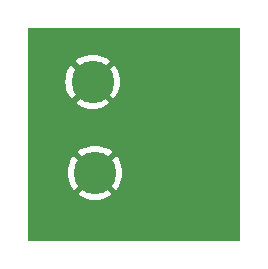
<source format=gbr>
%TF.GenerationSoftware,KiCad,Pcbnew,7.0.5*%
%TF.CreationDate,2023-06-19T13:42:10-05:00*%
%TF.ProjectId,VoidSwitch,566f6964-5377-4697-9463-682e6b696361,rev?*%
%TF.SameCoordinates,Original*%
%TF.FileFunction,Copper,L2,Bot*%
%TF.FilePolarity,Positive*%
%FSLAX46Y46*%
G04 Gerber Fmt 4.6, Leading zero omitted, Abs format (unit mm)*
G04 Created by KiCad (PCBNEW 7.0.5) date 2023-06-19 13:42:10*
%MOMM*%
%LPD*%
G01*
G04 APERTURE LIST*
%TA.AperFunction,ComponentPad*%
%ADD10C,3.600000*%
%TD*%
G04 APERTURE END LIST*
D10*
%TO.P,,1,1*%
%TO.N,GND*%
X144900000Y-92200000D03*
%TD*%
%TO.P,GND,1,1*%
%TO.N,GND*%
X145100000Y-99900000D03*
%TD*%
%TA.AperFunction,Conductor*%
%TO.N,GND*%
G36*
X157342539Y-87620185D02*
G01*
X157388294Y-87672989D01*
X157399500Y-87724500D01*
X157399500Y-105575500D01*
X157379815Y-105642539D01*
X157327011Y-105688294D01*
X157275500Y-105699500D01*
X139524500Y-105699500D01*
X139457461Y-105679815D01*
X139411706Y-105627011D01*
X139400500Y-105575500D01*
X139400500Y-99899999D01*
X142795065Y-99899999D01*
X142814784Y-100200852D01*
X142814786Y-100200864D01*
X142873602Y-100496553D01*
X142873607Y-100496573D01*
X142970514Y-100782052D01*
X142970518Y-100782062D01*
X143103868Y-101052469D01*
X143271371Y-101303155D01*
X143271374Y-101303159D01*
X143304973Y-101341470D01*
X143304974Y-101341470D01*
X144238348Y-100408096D01*
X144305146Y-100515263D01*
X144445268Y-100662671D01*
X144590085Y-100763467D01*
X143658528Y-101695024D01*
X143658528Y-101695025D01*
X143696840Y-101728625D01*
X143696844Y-101728628D01*
X143947530Y-101896131D01*
X144217937Y-102029481D01*
X144217947Y-102029485D01*
X144503426Y-102126392D01*
X144503446Y-102126397D01*
X144799135Y-102185213D01*
X144799147Y-102185215D01*
X145099999Y-102204934D01*
X145400852Y-102185215D01*
X145400864Y-102185213D01*
X145696553Y-102126397D01*
X145696573Y-102126392D01*
X145982052Y-102029485D01*
X145982062Y-102029481D01*
X146252469Y-101896131D01*
X146503157Y-101728627D01*
X146541470Y-101695025D01*
X146541470Y-101695023D01*
X145608125Y-100761678D01*
X145674214Y-100724996D01*
X145828531Y-100592520D01*
X145953021Y-100431692D01*
X145963625Y-100410072D01*
X146895023Y-101341470D01*
X146895025Y-101341470D01*
X146928627Y-101303157D01*
X147096131Y-101052469D01*
X147229481Y-100782062D01*
X147229485Y-100782052D01*
X147326392Y-100496573D01*
X147326397Y-100496553D01*
X147385213Y-100200864D01*
X147385215Y-100200852D01*
X147404934Y-99899999D01*
X147385215Y-99599147D01*
X147385213Y-99599135D01*
X147326397Y-99303446D01*
X147326393Y-99303431D01*
X147229483Y-99017944D01*
X147229474Y-99017923D01*
X147096129Y-98747528D01*
X146928633Y-98496851D01*
X146928625Y-98496840D01*
X146895025Y-98458528D01*
X146895024Y-98458528D01*
X145961650Y-99391901D01*
X145894854Y-99284737D01*
X145754732Y-99137329D01*
X145609913Y-99036532D01*
X146541470Y-98104974D01*
X146541470Y-98104973D01*
X146503159Y-98071374D01*
X146503155Y-98071371D01*
X146252469Y-97903868D01*
X145982062Y-97770518D01*
X145982052Y-97770514D01*
X145696573Y-97673607D01*
X145696553Y-97673602D01*
X145400864Y-97614786D01*
X145400852Y-97614784D01*
X145099999Y-97595065D01*
X144799147Y-97614784D01*
X144799135Y-97614786D01*
X144503446Y-97673602D01*
X144503431Y-97673606D01*
X144217944Y-97770516D01*
X144217923Y-97770525D01*
X143947528Y-97903870D01*
X143696844Y-98071370D01*
X143696837Y-98071376D01*
X143658528Y-98104972D01*
X143658527Y-98104974D01*
X144591875Y-99038321D01*
X144525786Y-99075004D01*
X144371469Y-99207480D01*
X144246979Y-99368308D01*
X144236374Y-99389927D01*
X143304974Y-98458527D01*
X143304972Y-98458528D01*
X143271376Y-98496837D01*
X143271370Y-98496844D01*
X143103870Y-98747528D01*
X142970525Y-99017923D01*
X142970516Y-99017944D01*
X142873606Y-99303431D01*
X142873602Y-99303446D01*
X142814786Y-99599135D01*
X142814784Y-99599147D01*
X142795065Y-99899999D01*
X139400500Y-99899999D01*
X139400500Y-92200000D01*
X142595065Y-92200000D01*
X142614784Y-92500852D01*
X142614786Y-92500864D01*
X142673602Y-92796553D01*
X142673607Y-92796573D01*
X142770514Y-93082052D01*
X142770518Y-93082062D01*
X142903868Y-93352469D01*
X143071371Y-93603155D01*
X143071374Y-93603159D01*
X143104973Y-93641470D01*
X143104974Y-93641470D01*
X144038348Y-92708096D01*
X144105146Y-92815263D01*
X144245268Y-92962671D01*
X144390085Y-93063467D01*
X143458528Y-93995024D01*
X143458528Y-93995025D01*
X143496840Y-94028625D01*
X143496844Y-94028628D01*
X143747530Y-94196131D01*
X144017937Y-94329481D01*
X144017947Y-94329485D01*
X144303426Y-94426392D01*
X144303446Y-94426397D01*
X144599135Y-94485213D01*
X144599147Y-94485215D01*
X144899999Y-94504934D01*
X145200852Y-94485215D01*
X145200864Y-94485213D01*
X145496553Y-94426397D01*
X145496573Y-94426392D01*
X145782052Y-94329485D01*
X145782062Y-94329481D01*
X146052469Y-94196131D01*
X146303157Y-94028627D01*
X146341470Y-93995025D01*
X146341470Y-93995023D01*
X145408125Y-93061678D01*
X145474214Y-93024996D01*
X145628531Y-92892520D01*
X145753021Y-92731692D01*
X145763625Y-92710072D01*
X146695023Y-93641470D01*
X146695025Y-93641470D01*
X146728627Y-93603157D01*
X146896131Y-93352469D01*
X147029481Y-93082062D01*
X147029485Y-93082052D01*
X147126392Y-92796573D01*
X147126397Y-92796553D01*
X147185213Y-92500864D01*
X147185215Y-92500852D01*
X147204934Y-92199999D01*
X147185215Y-91899147D01*
X147185213Y-91899135D01*
X147126397Y-91603446D01*
X147126393Y-91603431D01*
X147029483Y-91317944D01*
X147029474Y-91317923D01*
X146896129Y-91047528D01*
X146728633Y-90796851D01*
X146728625Y-90796840D01*
X146695025Y-90758528D01*
X146695024Y-90758528D01*
X145761650Y-91691901D01*
X145694854Y-91584737D01*
X145554732Y-91437329D01*
X145409913Y-91336532D01*
X146341470Y-90404974D01*
X146341470Y-90404973D01*
X146303159Y-90371374D01*
X146303155Y-90371371D01*
X146052469Y-90203868D01*
X145782062Y-90070518D01*
X145782052Y-90070514D01*
X145496573Y-89973607D01*
X145496553Y-89973602D01*
X145200864Y-89914786D01*
X145200852Y-89914784D01*
X144899999Y-89895065D01*
X144599147Y-89914784D01*
X144599135Y-89914786D01*
X144303446Y-89973602D01*
X144303431Y-89973606D01*
X144017944Y-90070516D01*
X144017923Y-90070525D01*
X143747528Y-90203870D01*
X143496844Y-90371370D01*
X143496837Y-90371376D01*
X143458528Y-90404972D01*
X143458527Y-90404974D01*
X144391875Y-91338321D01*
X144325786Y-91375004D01*
X144171469Y-91507480D01*
X144046979Y-91668308D01*
X144036374Y-91689926D01*
X143104974Y-90758527D01*
X143104972Y-90758528D01*
X143071376Y-90796837D01*
X143071370Y-90796844D01*
X142903870Y-91047528D01*
X142770525Y-91317923D01*
X142770516Y-91317944D01*
X142673606Y-91603431D01*
X142673602Y-91603446D01*
X142614786Y-91899135D01*
X142614784Y-91899147D01*
X142595065Y-92200000D01*
X139400500Y-92200000D01*
X139400500Y-87724500D01*
X139420185Y-87657461D01*
X139472989Y-87611706D01*
X139524500Y-87600500D01*
X157275500Y-87600500D01*
X157342539Y-87620185D01*
G37*
%TD.AperFunction*%
%TD*%
M02*

</source>
